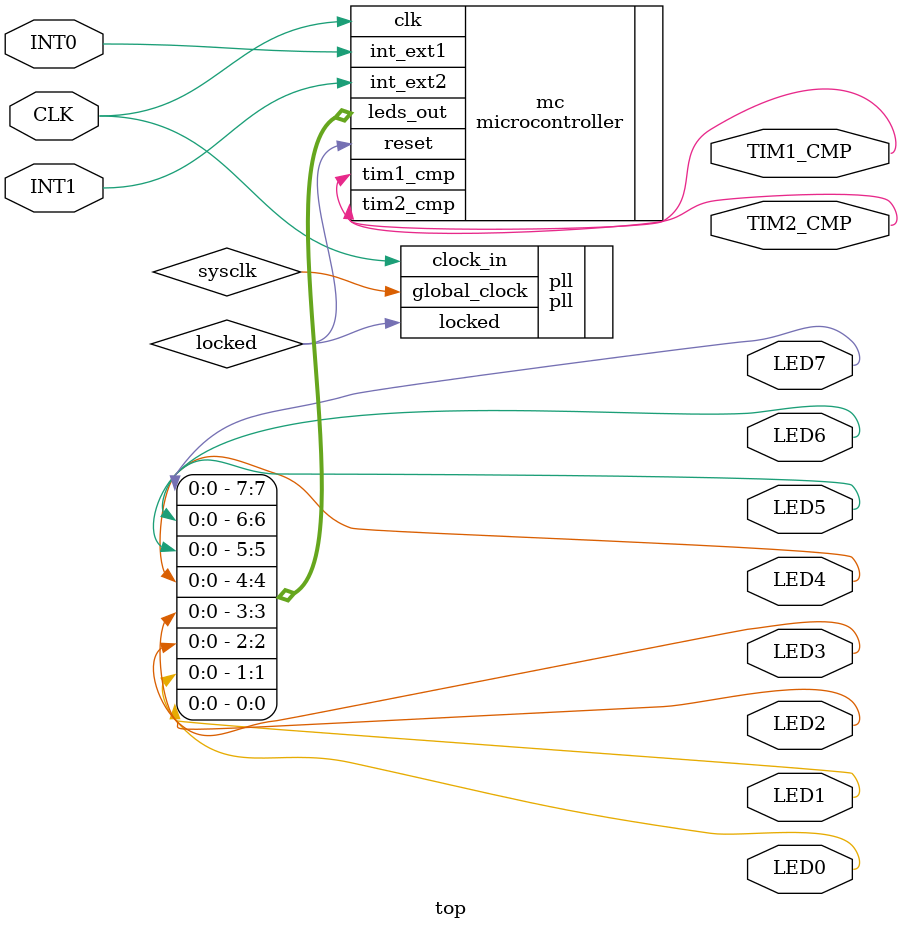
<source format=v>
module top(
  input CLK,
  output LED0,
  output LED1,
  output LED2,
  output LED3,
  output LED4,
  output LED5,
  output LED6,
  output LED7,
  input INT0,
  input INT1,
  output TIM1_CMP,
  output TIM2_CMP
);

// PLL to get 18MHz clock
wire       sysclk;
wire       locked;
pll pll(
    .clock_in(CLK),
    .global_clock(sysclk),
    .locked(locked)
);


microcontroller mc(
  .clk(CLK),
  .reset(locked),
  .leds_out({LED7, LED6, LED5, LED4, LED3, LED2, LED1, LED0}),
  .int_ext1(INT0),
  .int_ext2(INT1),
  .tim1_cmp(TIM1_CMP),
  .tim2_cmp(TIM2_CMP)
);

endmodule		 

   
  

</source>
